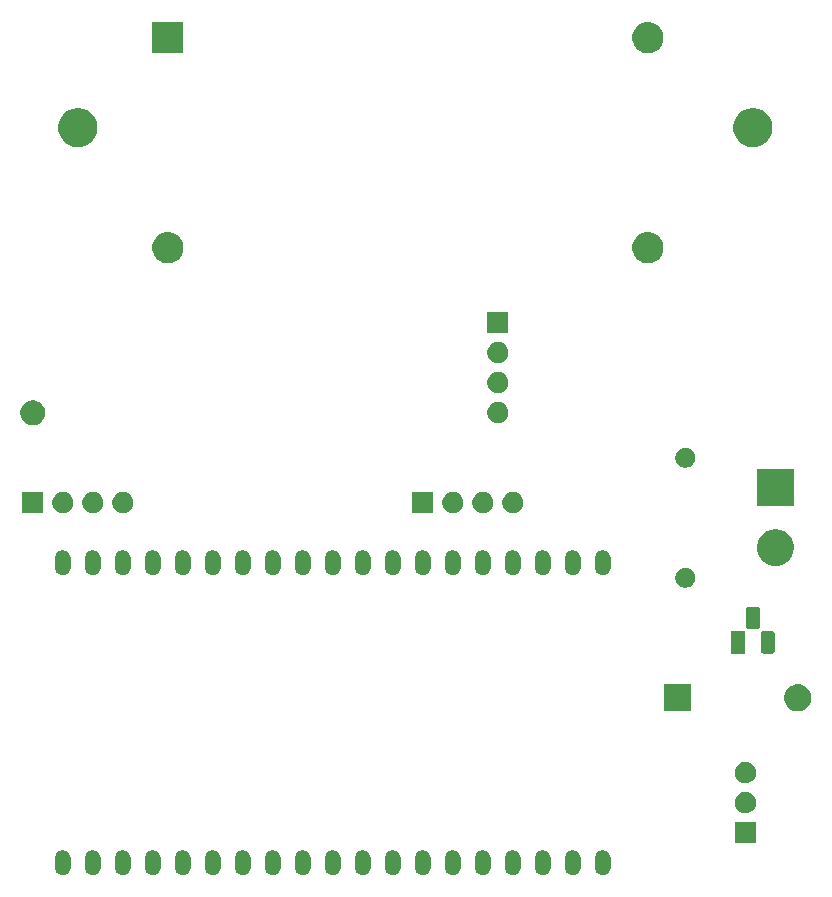
<source format=gbr>
G04 #@! TF.GenerationSoftware,KiCad,Pcbnew,(5.1.6-0)*
G04 #@! TF.CreationDate,2022-05-24T21:55:46+02:00*
G04 #@! TF.ProjectId,ESP32EvoPilotRemote,45535033-3245-4766-9f50-696c6f745265,rev?*
G04 #@! TF.SameCoordinates,Original*
G04 #@! TF.FileFunction,Soldermask,Top*
G04 #@! TF.FilePolarity,Negative*
%FSLAX46Y46*%
G04 Gerber Fmt 4.6, Leading zero omitted, Abs format (unit mm)*
G04 Created by KiCad (PCBNEW (5.1.6-0)) date 2022-05-24 21:55:46*
%MOMM*%
%LPD*%
G01*
G04 APERTURE LIST*
%ADD10C,0.100000*%
G04 APERTURE END LIST*
D10*
G36*
X68707618Y-142468420D02*
G01*
X68798404Y-142495960D01*
X68830336Y-142505646D01*
X68943425Y-142566094D01*
X69042554Y-142647446D01*
X69123906Y-142746575D01*
X69184354Y-142859664D01*
X69184355Y-142859668D01*
X69221580Y-142982382D01*
X69231000Y-143078027D01*
X69231000Y-143941973D01*
X69221580Y-144037618D01*
X69194040Y-144128404D01*
X69184354Y-144160336D01*
X69123906Y-144273425D01*
X69042554Y-144372553D01*
X68943424Y-144453906D01*
X68830335Y-144514354D01*
X68798403Y-144524040D01*
X68707617Y-144551580D01*
X68580000Y-144564149D01*
X68452382Y-144551580D01*
X68361596Y-144524040D01*
X68329664Y-144514354D01*
X68216575Y-144453906D01*
X68117447Y-144372554D01*
X68036094Y-144273424D01*
X67975646Y-144160335D01*
X67965960Y-144128403D01*
X67938420Y-144037617D01*
X67929000Y-143941972D01*
X67929000Y-143078027D01*
X67938420Y-142982382D01*
X67975646Y-142859668D01*
X67975647Y-142859664D01*
X68036095Y-142746575D01*
X68117447Y-142647446D01*
X68216576Y-142566094D01*
X68329665Y-142505646D01*
X68361597Y-142495960D01*
X68452383Y-142468420D01*
X68580000Y-142455851D01*
X68707618Y-142468420D01*
G37*
G36*
X71247618Y-142468420D02*
G01*
X71338404Y-142495960D01*
X71370336Y-142505646D01*
X71483425Y-142566094D01*
X71582554Y-142647446D01*
X71663906Y-142746575D01*
X71724354Y-142859664D01*
X71724355Y-142859668D01*
X71761580Y-142982382D01*
X71771000Y-143078027D01*
X71771000Y-143941973D01*
X71761580Y-144037618D01*
X71734040Y-144128404D01*
X71724354Y-144160336D01*
X71663906Y-144273425D01*
X71582554Y-144372553D01*
X71483424Y-144453906D01*
X71370335Y-144514354D01*
X71338403Y-144524040D01*
X71247617Y-144551580D01*
X71120000Y-144564149D01*
X70992382Y-144551580D01*
X70901596Y-144524040D01*
X70869664Y-144514354D01*
X70756575Y-144453906D01*
X70657447Y-144372554D01*
X70576094Y-144273424D01*
X70515646Y-144160335D01*
X70505960Y-144128403D01*
X70478420Y-144037617D01*
X70469000Y-143941972D01*
X70469000Y-143078027D01*
X70478420Y-142982382D01*
X70515646Y-142859668D01*
X70515647Y-142859664D01*
X70576095Y-142746575D01*
X70657447Y-142647446D01*
X70756576Y-142566094D01*
X70869665Y-142505646D01*
X70901597Y-142495960D01*
X70992383Y-142468420D01*
X71120000Y-142455851D01*
X71247618Y-142468420D01*
G37*
G36*
X73787618Y-142468420D02*
G01*
X73878404Y-142495960D01*
X73910336Y-142505646D01*
X74023425Y-142566094D01*
X74122554Y-142647446D01*
X74203906Y-142746575D01*
X74264354Y-142859664D01*
X74264355Y-142859668D01*
X74301580Y-142982382D01*
X74311000Y-143078027D01*
X74311000Y-143941973D01*
X74301580Y-144037618D01*
X74274040Y-144128404D01*
X74264354Y-144160336D01*
X74203906Y-144273425D01*
X74122554Y-144372553D01*
X74023424Y-144453906D01*
X73910335Y-144514354D01*
X73878403Y-144524040D01*
X73787617Y-144551580D01*
X73660000Y-144564149D01*
X73532382Y-144551580D01*
X73441596Y-144524040D01*
X73409664Y-144514354D01*
X73296575Y-144453906D01*
X73197447Y-144372554D01*
X73116094Y-144273424D01*
X73055646Y-144160335D01*
X73045960Y-144128403D01*
X73018420Y-144037617D01*
X73009000Y-143941972D01*
X73009000Y-143078027D01*
X73018420Y-142982382D01*
X73055646Y-142859668D01*
X73055647Y-142859664D01*
X73116095Y-142746575D01*
X73197447Y-142647446D01*
X73296576Y-142566094D01*
X73409665Y-142505646D01*
X73441597Y-142495960D01*
X73532383Y-142468420D01*
X73660000Y-142455851D01*
X73787618Y-142468420D01*
G37*
G36*
X76327618Y-142468420D02*
G01*
X76418404Y-142495960D01*
X76450336Y-142505646D01*
X76563425Y-142566094D01*
X76662554Y-142647446D01*
X76743906Y-142746575D01*
X76804354Y-142859664D01*
X76804355Y-142859668D01*
X76841580Y-142982382D01*
X76851000Y-143078027D01*
X76851000Y-143941973D01*
X76841580Y-144037618D01*
X76814040Y-144128404D01*
X76804354Y-144160336D01*
X76743906Y-144273425D01*
X76662554Y-144372553D01*
X76563424Y-144453906D01*
X76450335Y-144514354D01*
X76418403Y-144524040D01*
X76327617Y-144551580D01*
X76200000Y-144564149D01*
X76072382Y-144551580D01*
X75981596Y-144524040D01*
X75949664Y-144514354D01*
X75836575Y-144453906D01*
X75737447Y-144372554D01*
X75656094Y-144273424D01*
X75595646Y-144160335D01*
X75585960Y-144128403D01*
X75558420Y-144037617D01*
X75549000Y-143941972D01*
X75549000Y-143078027D01*
X75558420Y-142982382D01*
X75595646Y-142859668D01*
X75595647Y-142859664D01*
X75656095Y-142746575D01*
X75737447Y-142647446D01*
X75836576Y-142566094D01*
X75949665Y-142505646D01*
X75981597Y-142495960D01*
X76072383Y-142468420D01*
X76200000Y-142455851D01*
X76327618Y-142468420D01*
G37*
G36*
X78867618Y-142468420D02*
G01*
X78958404Y-142495960D01*
X78990336Y-142505646D01*
X79103425Y-142566094D01*
X79202554Y-142647446D01*
X79283906Y-142746575D01*
X79344354Y-142859664D01*
X79344355Y-142859668D01*
X79381580Y-142982382D01*
X79391000Y-143078027D01*
X79391000Y-143941973D01*
X79381580Y-144037618D01*
X79354040Y-144128404D01*
X79344354Y-144160336D01*
X79283906Y-144273425D01*
X79202554Y-144372553D01*
X79103424Y-144453906D01*
X78990335Y-144514354D01*
X78958403Y-144524040D01*
X78867617Y-144551580D01*
X78740000Y-144564149D01*
X78612382Y-144551580D01*
X78521596Y-144524040D01*
X78489664Y-144514354D01*
X78376575Y-144453906D01*
X78277447Y-144372554D01*
X78196094Y-144273424D01*
X78135646Y-144160335D01*
X78125960Y-144128403D01*
X78098420Y-144037617D01*
X78089000Y-143941972D01*
X78089000Y-143078027D01*
X78098420Y-142982382D01*
X78135646Y-142859668D01*
X78135647Y-142859664D01*
X78196095Y-142746575D01*
X78277447Y-142647446D01*
X78376576Y-142566094D01*
X78489665Y-142505646D01*
X78521597Y-142495960D01*
X78612383Y-142468420D01*
X78740000Y-142455851D01*
X78867618Y-142468420D01*
G37*
G36*
X81407618Y-142468420D02*
G01*
X81498404Y-142495960D01*
X81530336Y-142505646D01*
X81643425Y-142566094D01*
X81742554Y-142647446D01*
X81823906Y-142746575D01*
X81884354Y-142859664D01*
X81884355Y-142859668D01*
X81921580Y-142982382D01*
X81931000Y-143078027D01*
X81931000Y-143941973D01*
X81921580Y-144037618D01*
X81894040Y-144128404D01*
X81884354Y-144160336D01*
X81823906Y-144273425D01*
X81742554Y-144372553D01*
X81643424Y-144453906D01*
X81530335Y-144514354D01*
X81498403Y-144524040D01*
X81407617Y-144551580D01*
X81280000Y-144564149D01*
X81152382Y-144551580D01*
X81061596Y-144524040D01*
X81029664Y-144514354D01*
X80916575Y-144453906D01*
X80817447Y-144372554D01*
X80736094Y-144273424D01*
X80675646Y-144160335D01*
X80665960Y-144128403D01*
X80638420Y-144037617D01*
X80629000Y-143941972D01*
X80629000Y-143078027D01*
X80638420Y-142982382D01*
X80675646Y-142859668D01*
X80675647Y-142859664D01*
X80736095Y-142746575D01*
X80817447Y-142647446D01*
X80916576Y-142566094D01*
X81029665Y-142505646D01*
X81061597Y-142495960D01*
X81152383Y-142468420D01*
X81280000Y-142455851D01*
X81407618Y-142468420D01*
G37*
G36*
X83947618Y-142468420D02*
G01*
X84038404Y-142495960D01*
X84070336Y-142505646D01*
X84183425Y-142566094D01*
X84282554Y-142647446D01*
X84363906Y-142746575D01*
X84424354Y-142859664D01*
X84424355Y-142859668D01*
X84461580Y-142982382D01*
X84471000Y-143078027D01*
X84471000Y-143941973D01*
X84461580Y-144037618D01*
X84434040Y-144128404D01*
X84424354Y-144160336D01*
X84363906Y-144273425D01*
X84282554Y-144372553D01*
X84183424Y-144453906D01*
X84070335Y-144514354D01*
X84038403Y-144524040D01*
X83947617Y-144551580D01*
X83820000Y-144564149D01*
X83692382Y-144551580D01*
X83601596Y-144524040D01*
X83569664Y-144514354D01*
X83456575Y-144453906D01*
X83357447Y-144372554D01*
X83276094Y-144273424D01*
X83215646Y-144160335D01*
X83205960Y-144128403D01*
X83178420Y-144037617D01*
X83169000Y-143941972D01*
X83169000Y-143078027D01*
X83178420Y-142982382D01*
X83215646Y-142859668D01*
X83215647Y-142859664D01*
X83276095Y-142746575D01*
X83357447Y-142647446D01*
X83456576Y-142566094D01*
X83569665Y-142505646D01*
X83601597Y-142495960D01*
X83692383Y-142468420D01*
X83820000Y-142455851D01*
X83947618Y-142468420D01*
G37*
G36*
X86487618Y-142468420D02*
G01*
X86578404Y-142495960D01*
X86610336Y-142505646D01*
X86723425Y-142566094D01*
X86822554Y-142647446D01*
X86903906Y-142746575D01*
X86964354Y-142859664D01*
X86964355Y-142859668D01*
X87001580Y-142982382D01*
X87011000Y-143078027D01*
X87011000Y-143941973D01*
X87001580Y-144037618D01*
X86974040Y-144128404D01*
X86964354Y-144160336D01*
X86903906Y-144273425D01*
X86822554Y-144372553D01*
X86723424Y-144453906D01*
X86610335Y-144514354D01*
X86578403Y-144524040D01*
X86487617Y-144551580D01*
X86360000Y-144564149D01*
X86232382Y-144551580D01*
X86141596Y-144524040D01*
X86109664Y-144514354D01*
X85996575Y-144453906D01*
X85897447Y-144372554D01*
X85816094Y-144273424D01*
X85755646Y-144160335D01*
X85745960Y-144128403D01*
X85718420Y-144037617D01*
X85709000Y-143941972D01*
X85709000Y-143078027D01*
X85718420Y-142982382D01*
X85755646Y-142859668D01*
X85755647Y-142859664D01*
X85816095Y-142746575D01*
X85897447Y-142647446D01*
X85996576Y-142566094D01*
X86109665Y-142505646D01*
X86141597Y-142495960D01*
X86232383Y-142468420D01*
X86360000Y-142455851D01*
X86487618Y-142468420D01*
G37*
G36*
X89027618Y-142468420D02*
G01*
X89118404Y-142495960D01*
X89150336Y-142505646D01*
X89263425Y-142566094D01*
X89362554Y-142647446D01*
X89443906Y-142746575D01*
X89504354Y-142859664D01*
X89504355Y-142859668D01*
X89541580Y-142982382D01*
X89551000Y-143078027D01*
X89551000Y-143941973D01*
X89541580Y-144037618D01*
X89514040Y-144128404D01*
X89504354Y-144160336D01*
X89443906Y-144273425D01*
X89362554Y-144372553D01*
X89263424Y-144453906D01*
X89150335Y-144514354D01*
X89118403Y-144524040D01*
X89027617Y-144551580D01*
X88900000Y-144564149D01*
X88772382Y-144551580D01*
X88681596Y-144524040D01*
X88649664Y-144514354D01*
X88536575Y-144453906D01*
X88437447Y-144372554D01*
X88356094Y-144273424D01*
X88295646Y-144160335D01*
X88285960Y-144128403D01*
X88258420Y-144037617D01*
X88249000Y-143941972D01*
X88249000Y-143078027D01*
X88258420Y-142982382D01*
X88295646Y-142859668D01*
X88295647Y-142859664D01*
X88356095Y-142746575D01*
X88437447Y-142647446D01*
X88536576Y-142566094D01*
X88649665Y-142505646D01*
X88681597Y-142495960D01*
X88772383Y-142468420D01*
X88900000Y-142455851D01*
X89027618Y-142468420D01*
G37*
G36*
X91567618Y-142468420D02*
G01*
X91658404Y-142495960D01*
X91690336Y-142505646D01*
X91803425Y-142566094D01*
X91902554Y-142647446D01*
X91983906Y-142746575D01*
X92044354Y-142859664D01*
X92044355Y-142859668D01*
X92081580Y-142982382D01*
X92091000Y-143078027D01*
X92091000Y-143941973D01*
X92081580Y-144037618D01*
X92054040Y-144128404D01*
X92044354Y-144160336D01*
X91983906Y-144273425D01*
X91902554Y-144372553D01*
X91803424Y-144453906D01*
X91690335Y-144514354D01*
X91658403Y-144524040D01*
X91567617Y-144551580D01*
X91440000Y-144564149D01*
X91312382Y-144551580D01*
X91221596Y-144524040D01*
X91189664Y-144514354D01*
X91076575Y-144453906D01*
X90977447Y-144372554D01*
X90896094Y-144273424D01*
X90835646Y-144160335D01*
X90825960Y-144128403D01*
X90798420Y-144037617D01*
X90789000Y-143941972D01*
X90789000Y-143078027D01*
X90798420Y-142982382D01*
X90835646Y-142859668D01*
X90835647Y-142859664D01*
X90896095Y-142746575D01*
X90977447Y-142647446D01*
X91076576Y-142566094D01*
X91189665Y-142505646D01*
X91221597Y-142495960D01*
X91312383Y-142468420D01*
X91440000Y-142455851D01*
X91567618Y-142468420D01*
G37*
G36*
X94107618Y-142468420D02*
G01*
X94198404Y-142495960D01*
X94230336Y-142505646D01*
X94343425Y-142566094D01*
X94442554Y-142647446D01*
X94523906Y-142746575D01*
X94584354Y-142859664D01*
X94584355Y-142859668D01*
X94621580Y-142982382D01*
X94631000Y-143078027D01*
X94631000Y-143941973D01*
X94621580Y-144037618D01*
X94594040Y-144128404D01*
X94584354Y-144160336D01*
X94523906Y-144273425D01*
X94442554Y-144372553D01*
X94343424Y-144453906D01*
X94230335Y-144514354D01*
X94198403Y-144524040D01*
X94107617Y-144551580D01*
X93980000Y-144564149D01*
X93852382Y-144551580D01*
X93761596Y-144524040D01*
X93729664Y-144514354D01*
X93616575Y-144453906D01*
X93517447Y-144372554D01*
X93436094Y-144273424D01*
X93375646Y-144160335D01*
X93365960Y-144128403D01*
X93338420Y-144037617D01*
X93329000Y-143941972D01*
X93329000Y-143078027D01*
X93338420Y-142982382D01*
X93375646Y-142859668D01*
X93375647Y-142859664D01*
X93436095Y-142746575D01*
X93517447Y-142647446D01*
X93616576Y-142566094D01*
X93729665Y-142505646D01*
X93761597Y-142495960D01*
X93852383Y-142468420D01*
X93980000Y-142455851D01*
X94107618Y-142468420D01*
G37*
G36*
X96647618Y-142468420D02*
G01*
X96738404Y-142495960D01*
X96770336Y-142505646D01*
X96883425Y-142566094D01*
X96982554Y-142647446D01*
X97063906Y-142746575D01*
X97124354Y-142859664D01*
X97124355Y-142859668D01*
X97161580Y-142982382D01*
X97171000Y-143078027D01*
X97171000Y-143941973D01*
X97161580Y-144037618D01*
X97134040Y-144128404D01*
X97124354Y-144160336D01*
X97063906Y-144273425D01*
X96982554Y-144372553D01*
X96883424Y-144453906D01*
X96770335Y-144514354D01*
X96738403Y-144524040D01*
X96647617Y-144551580D01*
X96520000Y-144564149D01*
X96392382Y-144551580D01*
X96301596Y-144524040D01*
X96269664Y-144514354D01*
X96156575Y-144453906D01*
X96057447Y-144372554D01*
X95976094Y-144273424D01*
X95915646Y-144160335D01*
X95905960Y-144128403D01*
X95878420Y-144037617D01*
X95869000Y-143941972D01*
X95869000Y-143078027D01*
X95878420Y-142982382D01*
X95915646Y-142859668D01*
X95915647Y-142859664D01*
X95976095Y-142746575D01*
X96057447Y-142647446D01*
X96156576Y-142566094D01*
X96269665Y-142505646D01*
X96301597Y-142495960D01*
X96392383Y-142468420D01*
X96520000Y-142455851D01*
X96647618Y-142468420D01*
G37*
G36*
X99187618Y-142468420D02*
G01*
X99278404Y-142495960D01*
X99310336Y-142505646D01*
X99423425Y-142566094D01*
X99522554Y-142647446D01*
X99603906Y-142746575D01*
X99664354Y-142859664D01*
X99664355Y-142859668D01*
X99701580Y-142982382D01*
X99711000Y-143078027D01*
X99711000Y-143941973D01*
X99701580Y-144037618D01*
X99674040Y-144128404D01*
X99664354Y-144160336D01*
X99603906Y-144273425D01*
X99522554Y-144372553D01*
X99423424Y-144453906D01*
X99310335Y-144514354D01*
X99278403Y-144524040D01*
X99187617Y-144551580D01*
X99060000Y-144564149D01*
X98932382Y-144551580D01*
X98841596Y-144524040D01*
X98809664Y-144514354D01*
X98696575Y-144453906D01*
X98597447Y-144372554D01*
X98516094Y-144273424D01*
X98455646Y-144160335D01*
X98445960Y-144128403D01*
X98418420Y-144037617D01*
X98409000Y-143941972D01*
X98409000Y-143078027D01*
X98418420Y-142982382D01*
X98455646Y-142859668D01*
X98455647Y-142859664D01*
X98516095Y-142746575D01*
X98597447Y-142647446D01*
X98696576Y-142566094D01*
X98809665Y-142505646D01*
X98841597Y-142495960D01*
X98932383Y-142468420D01*
X99060000Y-142455851D01*
X99187618Y-142468420D01*
G37*
G36*
X101727618Y-142468420D02*
G01*
X101818404Y-142495960D01*
X101850336Y-142505646D01*
X101963425Y-142566094D01*
X102062554Y-142647446D01*
X102143906Y-142746575D01*
X102204354Y-142859664D01*
X102204355Y-142859668D01*
X102241580Y-142982382D01*
X102251000Y-143078027D01*
X102251000Y-143941973D01*
X102241580Y-144037618D01*
X102214040Y-144128404D01*
X102204354Y-144160336D01*
X102143906Y-144273425D01*
X102062554Y-144372553D01*
X101963424Y-144453906D01*
X101850335Y-144514354D01*
X101818403Y-144524040D01*
X101727617Y-144551580D01*
X101600000Y-144564149D01*
X101472382Y-144551580D01*
X101381596Y-144524040D01*
X101349664Y-144514354D01*
X101236575Y-144453906D01*
X101137447Y-144372554D01*
X101056094Y-144273424D01*
X100995646Y-144160335D01*
X100985960Y-144128403D01*
X100958420Y-144037617D01*
X100949000Y-143941972D01*
X100949000Y-143078027D01*
X100958420Y-142982382D01*
X100995646Y-142859668D01*
X100995647Y-142859664D01*
X101056095Y-142746575D01*
X101137447Y-142647446D01*
X101236576Y-142566094D01*
X101349665Y-142505646D01*
X101381597Y-142495960D01*
X101472383Y-142468420D01*
X101600000Y-142455851D01*
X101727618Y-142468420D01*
G37*
G36*
X104267618Y-142468420D02*
G01*
X104358404Y-142495960D01*
X104390336Y-142505646D01*
X104503425Y-142566094D01*
X104602554Y-142647446D01*
X104683906Y-142746575D01*
X104744354Y-142859664D01*
X104744355Y-142859668D01*
X104781580Y-142982382D01*
X104791000Y-143078027D01*
X104791000Y-143941973D01*
X104781580Y-144037618D01*
X104754040Y-144128404D01*
X104744354Y-144160336D01*
X104683906Y-144273425D01*
X104602554Y-144372553D01*
X104503424Y-144453906D01*
X104390335Y-144514354D01*
X104358403Y-144524040D01*
X104267617Y-144551580D01*
X104140000Y-144564149D01*
X104012382Y-144551580D01*
X103921596Y-144524040D01*
X103889664Y-144514354D01*
X103776575Y-144453906D01*
X103677447Y-144372554D01*
X103596094Y-144273424D01*
X103535646Y-144160335D01*
X103525960Y-144128403D01*
X103498420Y-144037617D01*
X103489000Y-143941972D01*
X103489000Y-143078027D01*
X103498420Y-142982382D01*
X103535646Y-142859668D01*
X103535647Y-142859664D01*
X103596095Y-142746575D01*
X103677447Y-142647446D01*
X103776576Y-142566094D01*
X103889665Y-142505646D01*
X103921597Y-142495960D01*
X104012383Y-142468420D01*
X104140000Y-142455851D01*
X104267618Y-142468420D01*
G37*
G36*
X106807618Y-142468420D02*
G01*
X106898404Y-142495960D01*
X106930336Y-142505646D01*
X107043425Y-142566094D01*
X107142554Y-142647446D01*
X107223906Y-142746575D01*
X107284354Y-142859664D01*
X107284355Y-142859668D01*
X107321580Y-142982382D01*
X107331000Y-143078027D01*
X107331000Y-143941973D01*
X107321580Y-144037618D01*
X107294040Y-144128404D01*
X107284354Y-144160336D01*
X107223906Y-144273425D01*
X107142554Y-144372553D01*
X107043424Y-144453906D01*
X106930335Y-144514354D01*
X106898403Y-144524040D01*
X106807617Y-144551580D01*
X106680000Y-144564149D01*
X106552382Y-144551580D01*
X106461596Y-144524040D01*
X106429664Y-144514354D01*
X106316575Y-144453906D01*
X106217447Y-144372554D01*
X106136094Y-144273424D01*
X106075646Y-144160335D01*
X106065960Y-144128403D01*
X106038420Y-144037617D01*
X106029000Y-143941972D01*
X106029000Y-143078027D01*
X106038420Y-142982382D01*
X106075646Y-142859668D01*
X106075647Y-142859664D01*
X106136095Y-142746575D01*
X106217447Y-142647446D01*
X106316576Y-142566094D01*
X106429665Y-142505646D01*
X106461597Y-142495960D01*
X106552383Y-142468420D01*
X106680000Y-142455851D01*
X106807618Y-142468420D01*
G37*
G36*
X109347618Y-142468420D02*
G01*
X109438404Y-142495960D01*
X109470336Y-142505646D01*
X109583425Y-142566094D01*
X109682554Y-142647446D01*
X109763906Y-142746575D01*
X109824354Y-142859664D01*
X109824355Y-142859668D01*
X109861580Y-142982382D01*
X109871000Y-143078027D01*
X109871000Y-143941973D01*
X109861580Y-144037618D01*
X109834040Y-144128404D01*
X109824354Y-144160336D01*
X109763906Y-144273425D01*
X109682554Y-144372553D01*
X109583424Y-144453906D01*
X109470335Y-144514354D01*
X109438403Y-144524040D01*
X109347617Y-144551580D01*
X109220000Y-144564149D01*
X109092382Y-144551580D01*
X109001596Y-144524040D01*
X108969664Y-144514354D01*
X108856575Y-144453906D01*
X108757447Y-144372554D01*
X108676094Y-144273424D01*
X108615646Y-144160335D01*
X108605960Y-144128403D01*
X108578420Y-144037617D01*
X108569000Y-143941972D01*
X108569000Y-143078027D01*
X108578420Y-142982382D01*
X108615646Y-142859668D01*
X108615647Y-142859664D01*
X108676095Y-142746575D01*
X108757447Y-142647446D01*
X108856576Y-142566094D01*
X108969665Y-142505646D01*
X109001597Y-142495960D01*
X109092383Y-142468420D01*
X109220000Y-142455851D01*
X109347618Y-142468420D01*
G37*
G36*
X111887618Y-142468420D02*
G01*
X111978404Y-142495960D01*
X112010336Y-142505646D01*
X112123425Y-142566094D01*
X112222554Y-142647446D01*
X112303906Y-142746575D01*
X112364354Y-142859664D01*
X112364355Y-142859668D01*
X112401580Y-142982382D01*
X112411000Y-143078027D01*
X112411000Y-143941973D01*
X112401580Y-144037618D01*
X112374040Y-144128404D01*
X112364354Y-144160336D01*
X112303906Y-144273425D01*
X112222554Y-144372553D01*
X112123424Y-144453906D01*
X112010335Y-144514354D01*
X111978403Y-144524040D01*
X111887617Y-144551580D01*
X111760000Y-144564149D01*
X111632382Y-144551580D01*
X111541596Y-144524040D01*
X111509664Y-144514354D01*
X111396575Y-144453906D01*
X111297447Y-144372554D01*
X111216094Y-144273424D01*
X111155646Y-144160335D01*
X111145960Y-144128403D01*
X111118420Y-144037617D01*
X111109000Y-143941972D01*
X111109000Y-143078027D01*
X111118420Y-142982382D01*
X111155646Y-142859668D01*
X111155647Y-142859664D01*
X111216095Y-142746575D01*
X111297447Y-142647446D01*
X111396576Y-142566094D01*
X111509665Y-142505646D01*
X111541597Y-142495960D01*
X111632383Y-142468420D01*
X111760000Y-142455851D01*
X111887618Y-142468420D01*
G37*
G36*
X114427618Y-142468420D02*
G01*
X114518404Y-142495960D01*
X114550336Y-142505646D01*
X114663425Y-142566094D01*
X114762554Y-142647446D01*
X114843906Y-142746575D01*
X114904354Y-142859664D01*
X114904355Y-142859668D01*
X114941580Y-142982382D01*
X114951000Y-143078027D01*
X114951000Y-143941973D01*
X114941580Y-144037618D01*
X114914040Y-144128404D01*
X114904354Y-144160336D01*
X114843906Y-144273425D01*
X114762554Y-144372553D01*
X114663424Y-144453906D01*
X114550335Y-144514354D01*
X114518403Y-144524040D01*
X114427617Y-144551580D01*
X114300000Y-144564149D01*
X114172382Y-144551580D01*
X114081596Y-144524040D01*
X114049664Y-144514354D01*
X113936575Y-144453906D01*
X113837447Y-144372554D01*
X113756094Y-144273424D01*
X113695646Y-144160335D01*
X113685960Y-144128403D01*
X113658420Y-144037617D01*
X113649000Y-143941972D01*
X113649000Y-143078027D01*
X113658420Y-142982382D01*
X113695646Y-142859668D01*
X113695647Y-142859664D01*
X113756095Y-142746575D01*
X113837447Y-142647446D01*
X113936576Y-142566094D01*
X114049665Y-142505646D01*
X114081597Y-142495960D01*
X114172383Y-142468420D01*
X114300000Y-142455851D01*
X114427618Y-142468420D01*
G37*
G36*
X127266000Y-141871000D02*
G01*
X125464000Y-141871000D01*
X125464000Y-140069000D01*
X127266000Y-140069000D01*
X127266000Y-141871000D01*
G37*
G36*
X126478512Y-137533927D02*
G01*
X126627812Y-137563624D01*
X126791784Y-137631544D01*
X126939354Y-137730147D01*
X127064853Y-137855646D01*
X127163456Y-138003216D01*
X127231376Y-138167188D01*
X127266000Y-138341259D01*
X127266000Y-138518741D01*
X127231376Y-138692812D01*
X127163456Y-138856784D01*
X127064853Y-139004354D01*
X126939354Y-139129853D01*
X126791784Y-139228456D01*
X126627812Y-139296376D01*
X126478512Y-139326073D01*
X126453742Y-139331000D01*
X126276258Y-139331000D01*
X126251488Y-139326073D01*
X126102188Y-139296376D01*
X125938216Y-139228456D01*
X125790646Y-139129853D01*
X125665147Y-139004354D01*
X125566544Y-138856784D01*
X125498624Y-138692812D01*
X125464000Y-138518741D01*
X125464000Y-138341259D01*
X125498624Y-138167188D01*
X125566544Y-138003216D01*
X125665147Y-137855646D01*
X125790646Y-137730147D01*
X125938216Y-137631544D01*
X126102188Y-137563624D01*
X126251488Y-137533927D01*
X126276258Y-137529000D01*
X126453742Y-137529000D01*
X126478512Y-137533927D01*
G37*
G36*
X126478512Y-134993927D02*
G01*
X126627812Y-135023624D01*
X126791784Y-135091544D01*
X126939354Y-135190147D01*
X127064853Y-135315646D01*
X127163456Y-135463216D01*
X127231376Y-135627188D01*
X127266000Y-135801259D01*
X127266000Y-135978741D01*
X127231376Y-136152812D01*
X127163456Y-136316784D01*
X127064853Y-136464354D01*
X126939354Y-136589853D01*
X126791784Y-136688456D01*
X126627812Y-136756376D01*
X126478512Y-136786073D01*
X126453742Y-136791000D01*
X126276258Y-136791000D01*
X126251488Y-136786073D01*
X126102188Y-136756376D01*
X125938216Y-136688456D01*
X125790646Y-136589853D01*
X125665147Y-136464354D01*
X125566544Y-136316784D01*
X125498624Y-136152812D01*
X125464000Y-135978741D01*
X125464000Y-135801259D01*
X125498624Y-135627188D01*
X125566544Y-135463216D01*
X125665147Y-135315646D01*
X125790646Y-135190147D01*
X125938216Y-135091544D01*
X126102188Y-135023624D01*
X126251488Y-134993927D01*
X126276258Y-134989000D01*
X126453742Y-134989000D01*
X126478512Y-134993927D01*
G37*
G36*
X121801000Y-130691000D02*
G01*
X119499000Y-130691000D01*
X119499000Y-128389000D01*
X121801000Y-128389000D01*
X121801000Y-130691000D01*
G37*
G36*
X131034549Y-128411116D02*
G01*
X131145734Y-128433232D01*
X131355203Y-128519997D01*
X131543720Y-128645960D01*
X131704040Y-128806280D01*
X131830003Y-128994797D01*
X131916768Y-129204266D01*
X131961000Y-129426636D01*
X131961000Y-129653364D01*
X131916768Y-129875734D01*
X131830003Y-130085203D01*
X131704040Y-130273720D01*
X131543720Y-130434040D01*
X131355203Y-130560003D01*
X131145734Y-130646768D01*
X131034549Y-130668884D01*
X130923365Y-130691000D01*
X130696635Y-130691000D01*
X130585451Y-130668884D01*
X130474266Y-130646768D01*
X130264797Y-130560003D01*
X130076280Y-130434040D01*
X129915960Y-130273720D01*
X129789997Y-130085203D01*
X129703232Y-129875734D01*
X129659000Y-129653364D01*
X129659000Y-129426636D01*
X129703232Y-129204266D01*
X129789997Y-128994797D01*
X129915960Y-128806280D01*
X130076280Y-128645960D01*
X130264797Y-128519997D01*
X130474266Y-128433232D01*
X130585451Y-128411116D01*
X130696635Y-128389000D01*
X130923365Y-128389000D01*
X131034549Y-128411116D01*
G37*
G36*
X126331000Y-125811000D02*
G01*
X125129000Y-125811000D01*
X125129000Y-123909000D01*
X126331000Y-123909000D01*
X126331000Y-125811000D01*
G37*
G36*
X128679315Y-123914166D02*
G01*
X128723843Y-123927674D01*
X128764892Y-123949615D01*
X128800864Y-123979136D01*
X128830385Y-124015108D01*
X128852326Y-124056157D01*
X128865834Y-124100685D01*
X128871000Y-124153140D01*
X128871000Y-125566860D01*
X128865834Y-125619315D01*
X128852326Y-125663843D01*
X128830385Y-125704892D01*
X128800864Y-125740864D01*
X128764892Y-125770385D01*
X128723843Y-125792326D01*
X128679315Y-125805834D01*
X128626860Y-125811000D01*
X127913140Y-125811000D01*
X127860685Y-125805834D01*
X127816157Y-125792326D01*
X127775108Y-125770385D01*
X127739136Y-125740864D01*
X127709615Y-125704892D01*
X127687674Y-125663843D01*
X127674166Y-125619315D01*
X127669000Y-125566860D01*
X127669000Y-124153140D01*
X127674166Y-124100685D01*
X127687674Y-124056157D01*
X127709615Y-124015108D01*
X127739136Y-123979136D01*
X127775108Y-123949615D01*
X127816157Y-123927674D01*
X127860685Y-123914166D01*
X127913140Y-123909000D01*
X128626860Y-123909000D01*
X128679315Y-123914166D01*
G37*
G36*
X127409315Y-121844166D02*
G01*
X127453843Y-121857674D01*
X127494892Y-121879615D01*
X127530864Y-121909136D01*
X127560385Y-121945108D01*
X127582326Y-121986157D01*
X127595834Y-122030685D01*
X127601000Y-122083140D01*
X127601000Y-123496860D01*
X127595834Y-123549315D01*
X127582326Y-123593843D01*
X127560385Y-123634892D01*
X127530864Y-123670864D01*
X127494892Y-123700385D01*
X127453843Y-123722326D01*
X127409315Y-123735834D01*
X127356860Y-123741000D01*
X126643140Y-123741000D01*
X126590685Y-123735834D01*
X126546153Y-123722325D01*
X126514923Y-123705632D01*
X126500320Y-123699583D01*
X126489256Y-123687376D01*
X126469136Y-123670864D01*
X126439615Y-123634892D01*
X126417674Y-123593843D01*
X126404166Y-123549315D01*
X126399000Y-123496860D01*
X126399000Y-122083140D01*
X126404166Y-122030685D01*
X126417674Y-121986157D01*
X126439615Y-121945108D01*
X126469136Y-121909136D01*
X126505108Y-121879615D01*
X126546157Y-121857674D01*
X126590685Y-121844166D01*
X126643140Y-121839000D01*
X127356860Y-121839000D01*
X127409315Y-121844166D01*
G37*
G36*
X121533228Y-118561703D02*
G01*
X121688100Y-118625853D01*
X121827481Y-118718985D01*
X121946015Y-118837519D01*
X122039147Y-118976900D01*
X122103297Y-119131772D01*
X122136000Y-119296184D01*
X122136000Y-119463816D01*
X122103297Y-119628228D01*
X122039147Y-119783100D01*
X121946015Y-119922481D01*
X121827481Y-120041015D01*
X121688100Y-120134147D01*
X121533228Y-120198297D01*
X121368816Y-120231000D01*
X121201184Y-120231000D01*
X121036772Y-120198297D01*
X120881900Y-120134147D01*
X120742519Y-120041015D01*
X120623985Y-119922481D01*
X120530853Y-119783100D01*
X120466703Y-119628228D01*
X120434000Y-119463816D01*
X120434000Y-119296184D01*
X120466703Y-119131772D01*
X120530853Y-118976900D01*
X120623985Y-118837519D01*
X120742519Y-118718985D01*
X120881900Y-118625853D01*
X121036772Y-118561703D01*
X121201184Y-118529000D01*
X121368816Y-118529000D01*
X121533228Y-118561703D01*
G37*
G36*
X101727618Y-117068420D02*
G01*
X101818404Y-117095960D01*
X101850336Y-117105646D01*
X101963425Y-117166094D01*
X102062554Y-117247446D01*
X102143906Y-117346575D01*
X102204354Y-117459664D01*
X102204355Y-117459668D01*
X102241580Y-117582382D01*
X102251000Y-117678027D01*
X102251000Y-118541973D01*
X102241580Y-118637618D01*
X102214040Y-118728404D01*
X102204354Y-118760336D01*
X102143906Y-118873425D01*
X102062554Y-118972553D01*
X101963424Y-119053906D01*
X101850335Y-119114354D01*
X101818403Y-119124040D01*
X101727617Y-119151580D01*
X101600000Y-119164149D01*
X101472382Y-119151580D01*
X101381596Y-119124040D01*
X101349664Y-119114354D01*
X101236575Y-119053906D01*
X101137447Y-118972554D01*
X101056094Y-118873424D01*
X100995646Y-118760335D01*
X100983103Y-118718985D01*
X100958420Y-118637617D01*
X100949000Y-118541972D01*
X100949000Y-117678027D01*
X100958420Y-117582382D01*
X100995646Y-117459668D01*
X100995647Y-117459664D01*
X101056095Y-117346575D01*
X101137447Y-117247446D01*
X101236576Y-117166094D01*
X101349665Y-117105646D01*
X101381597Y-117095960D01*
X101472383Y-117068420D01*
X101600000Y-117055851D01*
X101727618Y-117068420D01*
G37*
G36*
X114427618Y-117068420D02*
G01*
X114518404Y-117095960D01*
X114550336Y-117105646D01*
X114663425Y-117166094D01*
X114762554Y-117247446D01*
X114843906Y-117346575D01*
X114904354Y-117459664D01*
X114904355Y-117459668D01*
X114941580Y-117582382D01*
X114951000Y-117678027D01*
X114951000Y-118541973D01*
X114941580Y-118637618D01*
X114914040Y-118728404D01*
X114904354Y-118760336D01*
X114843906Y-118873425D01*
X114762554Y-118972553D01*
X114663424Y-119053906D01*
X114550335Y-119114354D01*
X114518403Y-119124040D01*
X114427617Y-119151580D01*
X114300000Y-119164149D01*
X114172382Y-119151580D01*
X114081596Y-119124040D01*
X114049664Y-119114354D01*
X113936575Y-119053906D01*
X113837447Y-118972554D01*
X113756094Y-118873424D01*
X113695646Y-118760335D01*
X113683103Y-118718985D01*
X113658420Y-118637617D01*
X113649000Y-118541972D01*
X113649000Y-117678027D01*
X113658420Y-117582382D01*
X113695646Y-117459668D01*
X113695647Y-117459664D01*
X113756095Y-117346575D01*
X113837447Y-117247446D01*
X113936576Y-117166094D01*
X114049665Y-117105646D01*
X114081597Y-117095960D01*
X114172383Y-117068420D01*
X114300000Y-117055851D01*
X114427618Y-117068420D01*
G37*
G36*
X68707618Y-117068420D02*
G01*
X68798404Y-117095960D01*
X68830336Y-117105646D01*
X68943425Y-117166094D01*
X69042554Y-117247446D01*
X69123906Y-117346575D01*
X69184354Y-117459664D01*
X69184355Y-117459668D01*
X69221580Y-117582382D01*
X69231000Y-117678027D01*
X69231000Y-118541973D01*
X69221580Y-118637618D01*
X69194040Y-118728404D01*
X69184354Y-118760336D01*
X69123906Y-118873425D01*
X69042554Y-118972553D01*
X68943424Y-119053906D01*
X68830335Y-119114354D01*
X68798403Y-119124040D01*
X68707617Y-119151580D01*
X68580000Y-119164149D01*
X68452382Y-119151580D01*
X68361596Y-119124040D01*
X68329664Y-119114354D01*
X68216575Y-119053906D01*
X68117447Y-118972554D01*
X68036094Y-118873424D01*
X67975646Y-118760335D01*
X67963103Y-118718985D01*
X67938420Y-118637617D01*
X67929000Y-118541972D01*
X67929000Y-117678027D01*
X67938420Y-117582382D01*
X67975646Y-117459668D01*
X67975647Y-117459664D01*
X68036095Y-117346575D01*
X68117447Y-117247446D01*
X68216576Y-117166094D01*
X68329665Y-117105646D01*
X68361597Y-117095960D01*
X68452383Y-117068420D01*
X68580000Y-117055851D01*
X68707618Y-117068420D01*
G37*
G36*
X111887618Y-117068420D02*
G01*
X111978404Y-117095960D01*
X112010336Y-117105646D01*
X112123425Y-117166094D01*
X112222554Y-117247446D01*
X112303906Y-117346575D01*
X112364354Y-117459664D01*
X112364355Y-117459668D01*
X112401580Y-117582382D01*
X112411000Y-117678027D01*
X112411000Y-118541973D01*
X112401580Y-118637618D01*
X112374040Y-118728404D01*
X112364354Y-118760336D01*
X112303906Y-118873425D01*
X112222554Y-118972553D01*
X112123424Y-119053906D01*
X112010335Y-119114354D01*
X111978403Y-119124040D01*
X111887617Y-119151580D01*
X111760000Y-119164149D01*
X111632382Y-119151580D01*
X111541596Y-119124040D01*
X111509664Y-119114354D01*
X111396575Y-119053906D01*
X111297447Y-118972554D01*
X111216094Y-118873424D01*
X111155646Y-118760335D01*
X111143103Y-118718985D01*
X111118420Y-118637617D01*
X111109000Y-118541972D01*
X111109000Y-117678027D01*
X111118420Y-117582382D01*
X111155646Y-117459668D01*
X111155647Y-117459664D01*
X111216095Y-117346575D01*
X111297447Y-117247446D01*
X111396576Y-117166094D01*
X111509665Y-117105646D01*
X111541597Y-117095960D01*
X111632383Y-117068420D01*
X111760000Y-117055851D01*
X111887618Y-117068420D01*
G37*
G36*
X71247618Y-117068420D02*
G01*
X71338404Y-117095960D01*
X71370336Y-117105646D01*
X71483425Y-117166094D01*
X71582554Y-117247446D01*
X71663906Y-117346575D01*
X71724354Y-117459664D01*
X71724355Y-117459668D01*
X71761580Y-117582382D01*
X71771000Y-117678027D01*
X71771000Y-118541973D01*
X71761580Y-118637618D01*
X71734040Y-118728404D01*
X71724354Y-118760336D01*
X71663906Y-118873425D01*
X71582554Y-118972553D01*
X71483424Y-119053906D01*
X71370335Y-119114354D01*
X71338403Y-119124040D01*
X71247617Y-119151580D01*
X71120000Y-119164149D01*
X70992382Y-119151580D01*
X70901596Y-119124040D01*
X70869664Y-119114354D01*
X70756575Y-119053906D01*
X70657447Y-118972554D01*
X70576094Y-118873424D01*
X70515646Y-118760335D01*
X70503103Y-118718985D01*
X70478420Y-118637617D01*
X70469000Y-118541972D01*
X70469000Y-117678027D01*
X70478420Y-117582382D01*
X70515646Y-117459668D01*
X70515647Y-117459664D01*
X70576095Y-117346575D01*
X70657447Y-117247446D01*
X70756576Y-117166094D01*
X70869665Y-117105646D01*
X70901597Y-117095960D01*
X70992383Y-117068420D01*
X71120000Y-117055851D01*
X71247618Y-117068420D01*
G37*
G36*
X109347618Y-117068420D02*
G01*
X109438404Y-117095960D01*
X109470336Y-117105646D01*
X109583425Y-117166094D01*
X109682554Y-117247446D01*
X109763906Y-117346575D01*
X109824354Y-117459664D01*
X109824355Y-117459668D01*
X109861580Y-117582382D01*
X109871000Y-117678027D01*
X109871000Y-118541973D01*
X109861580Y-118637618D01*
X109834040Y-118728404D01*
X109824354Y-118760336D01*
X109763906Y-118873425D01*
X109682554Y-118972553D01*
X109583424Y-119053906D01*
X109470335Y-119114354D01*
X109438403Y-119124040D01*
X109347617Y-119151580D01*
X109220000Y-119164149D01*
X109092382Y-119151580D01*
X109001596Y-119124040D01*
X108969664Y-119114354D01*
X108856575Y-119053906D01*
X108757447Y-118972554D01*
X108676094Y-118873424D01*
X108615646Y-118760335D01*
X108603103Y-118718985D01*
X108578420Y-118637617D01*
X108569000Y-118541972D01*
X108569000Y-117678027D01*
X108578420Y-117582382D01*
X108615646Y-117459668D01*
X108615647Y-117459664D01*
X108676095Y-117346575D01*
X108757447Y-117247446D01*
X108856576Y-117166094D01*
X108969665Y-117105646D01*
X109001597Y-117095960D01*
X109092383Y-117068420D01*
X109220000Y-117055851D01*
X109347618Y-117068420D01*
G37*
G36*
X73787618Y-117068420D02*
G01*
X73878404Y-117095960D01*
X73910336Y-117105646D01*
X74023425Y-117166094D01*
X74122554Y-117247446D01*
X74203906Y-117346575D01*
X74264354Y-117459664D01*
X74264355Y-117459668D01*
X74301580Y-117582382D01*
X74311000Y-117678027D01*
X74311000Y-118541973D01*
X74301580Y-118637618D01*
X74274040Y-118728404D01*
X74264354Y-118760336D01*
X74203906Y-118873425D01*
X74122554Y-118972553D01*
X74023424Y-119053906D01*
X73910335Y-119114354D01*
X73878403Y-119124040D01*
X73787617Y-119151580D01*
X73660000Y-119164149D01*
X73532382Y-119151580D01*
X73441596Y-119124040D01*
X73409664Y-119114354D01*
X73296575Y-119053906D01*
X73197447Y-118972554D01*
X73116094Y-118873424D01*
X73055646Y-118760335D01*
X73043103Y-118718985D01*
X73018420Y-118637617D01*
X73009000Y-118541972D01*
X73009000Y-117678027D01*
X73018420Y-117582382D01*
X73055646Y-117459668D01*
X73055647Y-117459664D01*
X73116095Y-117346575D01*
X73197447Y-117247446D01*
X73296576Y-117166094D01*
X73409665Y-117105646D01*
X73441597Y-117095960D01*
X73532383Y-117068420D01*
X73660000Y-117055851D01*
X73787618Y-117068420D01*
G37*
G36*
X106807618Y-117068420D02*
G01*
X106898404Y-117095960D01*
X106930336Y-117105646D01*
X107043425Y-117166094D01*
X107142554Y-117247446D01*
X107223906Y-117346575D01*
X107284354Y-117459664D01*
X107284355Y-117459668D01*
X107321580Y-117582382D01*
X107331000Y-117678027D01*
X107331000Y-118541973D01*
X107321580Y-118637618D01*
X107294040Y-118728404D01*
X107284354Y-118760336D01*
X107223906Y-118873425D01*
X107142554Y-118972553D01*
X107043424Y-119053906D01*
X106930335Y-119114354D01*
X106898403Y-119124040D01*
X106807617Y-119151580D01*
X106680000Y-119164149D01*
X106552382Y-119151580D01*
X106461596Y-119124040D01*
X106429664Y-119114354D01*
X106316575Y-119053906D01*
X106217447Y-118972554D01*
X106136094Y-118873424D01*
X106075646Y-118760335D01*
X106063103Y-118718985D01*
X106038420Y-118637617D01*
X106029000Y-118541972D01*
X106029000Y-117678027D01*
X106038420Y-117582382D01*
X106075646Y-117459668D01*
X106075647Y-117459664D01*
X106136095Y-117346575D01*
X106217447Y-117247446D01*
X106316576Y-117166094D01*
X106429665Y-117105646D01*
X106461597Y-117095960D01*
X106552383Y-117068420D01*
X106680000Y-117055851D01*
X106807618Y-117068420D01*
G37*
G36*
X76327618Y-117068420D02*
G01*
X76418404Y-117095960D01*
X76450336Y-117105646D01*
X76563425Y-117166094D01*
X76662554Y-117247446D01*
X76743906Y-117346575D01*
X76804354Y-117459664D01*
X76804355Y-117459668D01*
X76841580Y-117582382D01*
X76851000Y-117678027D01*
X76851000Y-118541973D01*
X76841580Y-118637618D01*
X76814040Y-118728404D01*
X76804354Y-118760336D01*
X76743906Y-118873425D01*
X76662554Y-118972553D01*
X76563424Y-119053906D01*
X76450335Y-119114354D01*
X76418403Y-119124040D01*
X76327617Y-119151580D01*
X76200000Y-119164149D01*
X76072382Y-119151580D01*
X75981596Y-119124040D01*
X75949664Y-119114354D01*
X75836575Y-119053906D01*
X75737447Y-118972554D01*
X75656094Y-118873424D01*
X75595646Y-118760335D01*
X75583103Y-118718985D01*
X75558420Y-118637617D01*
X75549000Y-118541972D01*
X75549000Y-117678027D01*
X75558420Y-117582382D01*
X75595646Y-117459668D01*
X75595647Y-117459664D01*
X75656095Y-117346575D01*
X75737447Y-117247446D01*
X75836576Y-117166094D01*
X75949665Y-117105646D01*
X75981597Y-117095960D01*
X76072383Y-117068420D01*
X76200000Y-117055851D01*
X76327618Y-117068420D01*
G37*
G36*
X104267618Y-117068420D02*
G01*
X104358404Y-117095960D01*
X104390336Y-117105646D01*
X104503425Y-117166094D01*
X104602554Y-117247446D01*
X104683906Y-117346575D01*
X104744354Y-117459664D01*
X104744355Y-117459668D01*
X104781580Y-117582382D01*
X104791000Y-117678027D01*
X104791000Y-118541973D01*
X104781580Y-118637618D01*
X104754040Y-118728404D01*
X104744354Y-118760336D01*
X104683906Y-118873425D01*
X104602554Y-118972553D01*
X104503424Y-119053906D01*
X104390335Y-119114354D01*
X104358403Y-119124040D01*
X104267617Y-119151580D01*
X104140000Y-119164149D01*
X104012382Y-119151580D01*
X103921596Y-119124040D01*
X103889664Y-119114354D01*
X103776575Y-119053906D01*
X103677447Y-118972554D01*
X103596094Y-118873424D01*
X103535646Y-118760335D01*
X103523103Y-118718985D01*
X103498420Y-118637617D01*
X103489000Y-118541972D01*
X103489000Y-117678027D01*
X103498420Y-117582382D01*
X103535646Y-117459668D01*
X103535647Y-117459664D01*
X103596095Y-117346575D01*
X103677447Y-117247446D01*
X103776576Y-117166094D01*
X103889665Y-117105646D01*
X103921597Y-117095960D01*
X104012383Y-117068420D01*
X104140000Y-117055851D01*
X104267618Y-117068420D01*
G37*
G36*
X78867618Y-117068420D02*
G01*
X78958404Y-117095960D01*
X78990336Y-117105646D01*
X79103425Y-117166094D01*
X79202554Y-117247446D01*
X79283906Y-117346575D01*
X79344354Y-117459664D01*
X79344355Y-117459668D01*
X79381580Y-117582382D01*
X79391000Y-117678027D01*
X79391000Y-118541973D01*
X79381580Y-118637618D01*
X79354040Y-118728404D01*
X79344354Y-118760336D01*
X79283906Y-118873425D01*
X79202554Y-118972553D01*
X79103424Y-119053906D01*
X78990335Y-119114354D01*
X78958403Y-119124040D01*
X78867617Y-119151580D01*
X78740000Y-119164149D01*
X78612382Y-119151580D01*
X78521596Y-119124040D01*
X78489664Y-119114354D01*
X78376575Y-119053906D01*
X78277447Y-118972554D01*
X78196094Y-118873424D01*
X78135646Y-118760335D01*
X78123103Y-118718985D01*
X78098420Y-118637617D01*
X78089000Y-118541972D01*
X78089000Y-117678027D01*
X78098420Y-117582382D01*
X78135646Y-117459668D01*
X78135647Y-117459664D01*
X78196095Y-117346575D01*
X78277447Y-117247446D01*
X78376576Y-117166094D01*
X78489665Y-117105646D01*
X78521597Y-117095960D01*
X78612383Y-117068420D01*
X78740000Y-117055851D01*
X78867618Y-117068420D01*
G37*
G36*
X81407618Y-117068420D02*
G01*
X81498404Y-117095960D01*
X81530336Y-117105646D01*
X81643425Y-117166094D01*
X81742554Y-117247446D01*
X81823906Y-117346575D01*
X81884354Y-117459664D01*
X81884355Y-117459668D01*
X81921580Y-117582382D01*
X81931000Y-117678027D01*
X81931000Y-118541973D01*
X81921580Y-118637618D01*
X81894040Y-118728404D01*
X81884354Y-118760336D01*
X81823906Y-118873425D01*
X81742554Y-118972553D01*
X81643424Y-119053906D01*
X81530335Y-119114354D01*
X81498403Y-119124040D01*
X81407617Y-119151580D01*
X81280000Y-119164149D01*
X81152382Y-119151580D01*
X81061596Y-119124040D01*
X81029664Y-119114354D01*
X80916575Y-119053906D01*
X80817447Y-118972554D01*
X80736094Y-118873424D01*
X80675646Y-118760335D01*
X80663103Y-118718985D01*
X80638420Y-118637617D01*
X80629000Y-118541972D01*
X80629000Y-117678027D01*
X80638420Y-117582382D01*
X80675646Y-117459668D01*
X80675647Y-117459664D01*
X80736095Y-117346575D01*
X80817447Y-117247446D01*
X80916576Y-117166094D01*
X81029665Y-117105646D01*
X81061597Y-117095960D01*
X81152383Y-117068420D01*
X81280000Y-117055851D01*
X81407618Y-117068420D01*
G37*
G36*
X99187618Y-117068420D02*
G01*
X99278404Y-117095960D01*
X99310336Y-117105646D01*
X99423425Y-117166094D01*
X99522554Y-117247446D01*
X99603906Y-117346575D01*
X99664354Y-117459664D01*
X99664355Y-117459668D01*
X99701580Y-117582382D01*
X99711000Y-117678027D01*
X99711000Y-118541973D01*
X99701580Y-118637618D01*
X99674040Y-118728404D01*
X99664354Y-118760336D01*
X99603906Y-118873425D01*
X99522554Y-118972553D01*
X99423424Y-119053906D01*
X99310335Y-119114354D01*
X99278403Y-119124040D01*
X99187617Y-119151580D01*
X99060000Y-119164149D01*
X98932382Y-119151580D01*
X98841596Y-119124040D01*
X98809664Y-119114354D01*
X98696575Y-119053906D01*
X98597447Y-118972554D01*
X98516094Y-118873424D01*
X98455646Y-118760335D01*
X98443103Y-118718985D01*
X98418420Y-118637617D01*
X98409000Y-118541972D01*
X98409000Y-117678027D01*
X98418420Y-117582382D01*
X98455646Y-117459668D01*
X98455647Y-117459664D01*
X98516095Y-117346575D01*
X98597447Y-117247446D01*
X98696576Y-117166094D01*
X98809665Y-117105646D01*
X98841597Y-117095960D01*
X98932383Y-117068420D01*
X99060000Y-117055851D01*
X99187618Y-117068420D01*
G37*
G36*
X83947618Y-117068420D02*
G01*
X84038404Y-117095960D01*
X84070336Y-117105646D01*
X84183425Y-117166094D01*
X84282554Y-117247446D01*
X84363906Y-117346575D01*
X84424354Y-117459664D01*
X84424355Y-117459668D01*
X84461580Y-117582382D01*
X84471000Y-117678027D01*
X84471000Y-118541973D01*
X84461580Y-118637618D01*
X84434040Y-118728404D01*
X84424354Y-118760336D01*
X84363906Y-118873425D01*
X84282554Y-118972553D01*
X84183424Y-119053906D01*
X84070335Y-119114354D01*
X84038403Y-119124040D01*
X83947617Y-119151580D01*
X83820000Y-119164149D01*
X83692382Y-119151580D01*
X83601596Y-119124040D01*
X83569664Y-119114354D01*
X83456575Y-119053906D01*
X83357447Y-118972554D01*
X83276094Y-118873424D01*
X83215646Y-118760335D01*
X83203103Y-118718985D01*
X83178420Y-118637617D01*
X83169000Y-118541972D01*
X83169000Y-117678027D01*
X83178420Y-117582382D01*
X83215646Y-117459668D01*
X83215647Y-117459664D01*
X83276095Y-117346575D01*
X83357447Y-117247446D01*
X83456576Y-117166094D01*
X83569665Y-117105646D01*
X83601597Y-117095960D01*
X83692383Y-117068420D01*
X83820000Y-117055851D01*
X83947618Y-117068420D01*
G37*
G36*
X96647618Y-117068420D02*
G01*
X96738404Y-117095960D01*
X96770336Y-117105646D01*
X96883425Y-117166094D01*
X96982554Y-117247446D01*
X97063906Y-117346575D01*
X97124354Y-117459664D01*
X97124355Y-117459668D01*
X97161580Y-117582382D01*
X97171000Y-117678027D01*
X97171000Y-118541973D01*
X97161580Y-118637618D01*
X97134040Y-118728404D01*
X97124354Y-118760336D01*
X97063906Y-118873425D01*
X96982554Y-118972553D01*
X96883424Y-119053906D01*
X96770335Y-119114354D01*
X96738403Y-119124040D01*
X96647617Y-119151580D01*
X96520000Y-119164149D01*
X96392382Y-119151580D01*
X96301596Y-119124040D01*
X96269664Y-119114354D01*
X96156575Y-119053906D01*
X96057447Y-118972554D01*
X95976094Y-118873424D01*
X95915646Y-118760335D01*
X95903103Y-118718985D01*
X95878420Y-118637617D01*
X95869000Y-118541972D01*
X95869000Y-117678027D01*
X95878420Y-117582382D01*
X95915646Y-117459668D01*
X95915647Y-117459664D01*
X95976095Y-117346575D01*
X96057447Y-117247446D01*
X96156576Y-117166094D01*
X96269665Y-117105646D01*
X96301597Y-117095960D01*
X96392383Y-117068420D01*
X96520000Y-117055851D01*
X96647618Y-117068420D01*
G37*
G36*
X86487618Y-117068420D02*
G01*
X86578404Y-117095960D01*
X86610336Y-117105646D01*
X86723425Y-117166094D01*
X86822554Y-117247446D01*
X86903906Y-117346575D01*
X86964354Y-117459664D01*
X86964355Y-117459668D01*
X87001580Y-117582382D01*
X87011000Y-117678027D01*
X87011000Y-118541973D01*
X87001580Y-118637618D01*
X86974040Y-118728404D01*
X86964354Y-118760336D01*
X86903906Y-118873425D01*
X86822554Y-118972553D01*
X86723424Y-119053906D01*
X86610335Y-119114354D01*
X86578403Y-119124040D01*
X86487617Y-119151580D01*
X86360000Y-119164149D01*
X86232382Y-119151580D01*
X86141596Y-119124040D01*
X86109664Y-119114354D01*
X85996575Y-119053906D01*
X85897447Y-118972554D01*
X85816094Y-118873424D01*
X85755646Y-118760335D01*
X85743103Y-118718985D01*
X85718420Y-118637617D01*
X85709000Y-118541972D01*
X85709000Y-117678027D01*
X85718420Y-117582382D01*
X85755646Y-117459668D01*
X85755647Y-117459664D01*
X85816095Y-117346575D01*
X85897447Y-117247446D01*
X85996576Y-117166094D01*
X86109665Y-117105646D01*
X86141597Y-117095960D01*
X86232383Y-117068420D01*
X86360000Y-117055851D01*
X86487618Y-117068420D01*
G37*
G36*
X94107618Y-117068420D02*
G01*
X94198404Y-117095960D01*
X94230336Y-117105646D01*
X94343425Y-117166094D01*
X94442554Y-117247446D01*
X94523906Y-117346575D01*
X94584354Y-117459664D01*
X94584355Y-117459668D01*
X94621580Y-117582382D01*
X94631000Y-117678027D01*
X94631000Y-118541973D01*
X94621580Y-118637618D01*
X94594040Y-118728404D01*
X94584354Y-118760336D01*
X94523906Y-118873425D01*
X94442554Y-118972553D01*
X94343424Y-119053906D01*
X94230335Y-119114354D01*
X94198403Y-119124040D01*
X94107617Y-119151580D01*
X93980000Y-119164149D01*
X93852382Y-119151580D01*
X93761596Y-119124040D01*
X93729664Y-119114354D01*
X93616575Y-119053906D01*
X93517447Y-118972554D01*
X93436094Y-118873424D01*
X93375646Y-118760335D01*
X93363103Y-118718985D01*
X93338420Y-118637617D01*
X93329000Y-118541972D01*
X93329000Y-117678027D01*
X93338420Y-117582382D01*
X93375646Y-117459668D01*
X93375647Y-117459664D01*
X93436095Y-117346575D01*
X93517447Y-117247446D01*
X93616576Y-117166094D01*
X93729665Y-117105646D01*
X93761597Y-117095960D01*
X93852383Y-117068420D01*
X93980000Y-117055851D01*
X94107618Y-117068420D01*
G37*
G36*
X89027618Y-117068420D02*
G01*
X89118404Y-117095960D01*
X89150336Y-117105646D01*
X89263425Y-117166094D01*
X89362554Y-117247446D01*
X89443906Y-117346575D01*
X89504354Y-117459664D01*
X89504355Y-117459668D01*
X89541580Y-117582382D01*
X89551000Y-117678027D01*
X89551000Y-118541973D01*
X89541580Y-118637618D01*
X89514040Y-118728404D01*
X89504354Y-118760336D01*
X89443906Y-118873425D01*
X89362554Y-118972553D01*
X89263424Y-119053906D01*
X89150335Y-119114354D01*
X89118403Y-119124040D01*
X89027617Y-119151580D01*
X88900000Y-119164149D01*
X88772382Y-119151580D01*
X88681596Y-119124040D01*
X88649664Y-119114354D01*
X88536575Y-119053906D01*
X88437447Y-118972554D01*
X88356094Y-118873424D01*
X88295646Y-118760335D01*
X88283103Y-118718985D01*
X88258420Y-118637617D01*
X88249000Y-118541972D01*
X88249000Y-117678027D01*
X88258420Y-117582382D01*
X88295646Y-117459668D01*
X88295647Y-117459664D01*
X88356095Y-117346575D01*
X88437447Y-117247446D01*
X88536576Y-117166094D01*
X88649665Y-117105646D01*
X88681597Y-117095960D01*
X88772383Y-117068420D01*
X88900000Y-117055851D01*
X89027618Y-117068420D01*
G37*
G36*
X91567618Y-117068420D02*
G01*
X91658404Y-117095960D01*
X91690336Y-117105646D01*
X91803425Y-117166094D01*
X91902554Y-117247446D01*
X91983906Y-117346575D01*
X92044354Y-117459664D01*
X92044355Y-117459668D01*
X92081580Y-117582382D01*
X92091000Y-117678027D01*
X92091000Y-118541973D01*
X92081580Y-118637618D01*
X92054040Y-118728404D01*
X92044354Y-118760336D01*
X91983906Y-118873425D01*
X91902554Y-118972553D01*
X91803424Y-119053906D01*
X91690335Y-119114354D01*
X91658403Y-119124040D01*
X91567617Y-119151580D01*
X91440000Y-119164149D01*
X91312382Y-119151580D01*
X91221596Y-119124040D01*
X91189664Y-119114354D01*
X91076575Y-119053906D01*
X90977447Y-118972554D01*
X90896094Y-118873424D01*
X90835646Y-118760335D01*
X90823103Y-118718985D01*
X90798420Y-118637617D01*
X90789000Y-118541972D01*
X90789000Y-117678027D01*
X90798420Y-117582382D01*
X90835646Y-117459668D01*
X90835647Y-117459664D01*
X90896095Y-117346575D01*
X90977447Y-117247446D01*
X91076576Y-117166094D01*
X91189665Y-117105646D01*
X91221597Y-117095960D01*
X91312383Y-117068420D01*
X91440000Y-117055851D01*
X91567618Y-117068420D01*
G37*
G36*
X129207585Y-115318802D02*
G01*
X129357410Y-115348604D01*
X129639674Y-115465521D01*
X129893705Y-115635259D01*
X130109741Y-115851295D01*
X130279479Y-116105326D01*
X130396396Y-116387590D01*
X130396396Y-116387591D01*
X130456000Y-116687239D01*
X130456000Y-116992761D01*
X130440950Y-117068420D01*
X130396396Y-117292410D01*
X130279479Y-117574674D01*
X130109741Y-117828705D01*
X129893705Y-118044741D01*
X129639674Y-118214479D01*
X129357410Y-118331396D01*
X129207585Y-118361198D01*
X129057761Y-118391000D01*
X128752239Y-118391000D01*
X128602415Y-118361198D01*
X128452590Y-118331396D01*
X128170326Y-118214479D01*
X127916295Y-118044741D01*
X127700259Y-117828705D01*
X127530521Y-117574674D01*
X127413604Y-117292410D01*
X127369050Y-117068420D01*
X127354000Y-116992761D01*
X127354000Y-116687239D01*
X127413604Y-116387591D01*
X127413604Y-116387590D01*
X127530521Y-116105326D01*
X127700259Y-115851295D01*
X127916295Y-115635259D01*
X128170326Y-115465521D01*
X128452590Y-115348604D01*
X128602415Y-115318802D01*
X128752239Y-115289000D01*
X129057761Y-115289000D01*
X129207585Y-115318802D01*
G37*
G36*
X106793512Y-112133927D02*
G01*
X106942812Y-112163624D01*
X107106784Y-112231544D01*
X107254354Y-112330147D01*
X107379853Y-112455646D01*
X107478456Y-112603216D01*
X107546376Y-112767188D01*
X107581000Y-112941259D01*
X107581000Y-113118741D01*
X107546376Y-113292812D01*
X107478456Y-113456784D01*
X107379853Y-113604354D01*
X107254354Y-113729853D01*
X107106784Y-113828456D01*
X106942812Y-113896376D01*
X106793512Y-113926073D01*
X106768742Y-113931000D01*
X106591258Y-113931000D01*
X106566488Y-113926073D01*
X106417188Y-113896376D01*
X106253216Y-113828456D01*
X106105646Y-113729853D01*
X105980147Y-113604354D01*
X105881544Y-113456784D01*
X105813624Y-113292812D01*
X105779000Y-113118741D01*
X105779000Y-112941259D01*
X105813624Y-112767188D01*
X105881544Y-112603216D01*
X105980147Y-112455646D01*
X106105646Y-112330147D01*
X106253216Y-112231544D01*
X106417188Y-112163624D01*
X106566488Y-112133927D01*
X106591258Y-112129000D01*
X106768742Y-112129000D01*
X106793512Y-112133927D01*
G37*
G36*
X104253512Y-112133927D02*
G01*
X104402812Y-112163624D01*
X104566784Y-112231544D01*
X104714354Y-112330147D01*
X104839853Y-112455646D01*
X104938456Y-112603216D01*
X105006376Y-112767188D01*
X105041000Y-112941259D01*
X105041000Y-113118741D01*
X105006376Y-113292812D01*
X104938456Y-113456784D01*
X104839853Y-113604354D01*
X104714354Y-113729853D01*
X104566784Y-113828456D01*
X104402812Y-113896376D01*
X104253512Y-113926073D01*
X104228742Y-113931000D01*
X104051258Y-113931000D01*
X104026488Y-113926073D01*
X103877188Y-113896376D01*
X103713216Y-113828456D01*
X103565646Y-113729853D01*
X103440147Y-113604354D01*
X103341544Y-113456784D01*
X103273624Y-113292812D01*
X103239000Y-113118741D01*
X103239000Y-112941259D01*
X103273624Y-112767188D01*
X103341544Y-112603216D01*
X103440147Y-112455646D01*
X103565646Y-112330147D01*
X103713216Y-112231544D01*
X103877188Y-112163624D01*
X104026488Y-112133927D01*
X104051258Y-112129000D01*
X104228742Y-112129000D01*
X104253512Y-112133927D01*
G37*
G36*
X101713512Y-112133927D02*
G01*
X101862812Y-112163624D01*
X102026784Y-112231544D01*
X102174354Y-112330147D01*
X102299853Y-112455646D01*
X102398456Y-112603216D01*
X102466376Y-112767188D01*
X102501000Y-112941259D01*
X102501000Y-113118741D01*
X102466376Y-113292812D01*
X102398456Y-113456784D01*
X102299853Y-113604354D01*
X102174354Y-113729853D01*
X102026784Y-113828456D01*
X101862812Y-113896376D01*
X101713512Y-113926073D01*
X101688742Y-113931000D01*
X101511258Y-113931000D01*
X101486488Y-113926073D01*
X101337188Y-113896376D01*
X101173216Y-113828456D01*
X101025646Y-113729853D01*
X100900147Y-113604354D01*
X100801544Y-113456784D01*
X100733624Y-113292812D01*
X100699000Y-113118741D01*
X100699000Y-112941259D01*
X100733624Y-112767188D01*
X100801544Y-112603216D01*
X100900147Y-112455646D01*
X101025646Y-112330147D01*
X101173216Y-112231544D01*
X101337188Y-112163624D01*
X101486488Y-112133927D01*
X101511258Y-112129000D01*
X101688742Y-112129000D01*
X101713512Y-112133927D01*
G37*
G36*
X99961000Y-113931000D02*
G01*
X98159000Y-113931000D01*
X98159000Y-112129000D01*
X99961000Y-112129000D01*
X99961000Y-113931000D01*
G37*
G36*
X66941000Y-113931000D02*
G01*
X65139000Y-113931000D01*
X65139000Y-112129000D01*
X66941000Y-112129000D01*
X66941000Y-113931000D01*
G37*
G36*
X68693512Y-112133927D02*
G01*
X68842812Y-112163624D01*
X69006784Y-112231544D01*
X69154354Y-112330147D01*
X69279853Y-112455646D01*
X69378456Y-112603216D01*
X69446376Y-112767188D01*
X69481000Y-112941259D01*
X69481000Y-113118741D01*
X69446376Y-113292812D01*
X69378456Y-113456784D01*
X69279853Y-113604354D01*
X69154354Y-113729853D01*
X69006784Y-113828456D01*
X68842812Y-113896376D01*
X68693512Y-113926073D01*
X68668742Y-113931000D01*
X68491258Y-113931000D01*
X68466488Y-113926073D01*
X68317188Y-113896376D01*
X68153216Y-113828456D01*
X68005646Y-113729853D01*
X67880147Y-113604354D01*
X67781544Y-113456784D01*
X67713624Y-113292812D01*
X67679000Y-113118741D01*
X67679000Y-112941259D01*
X67713624Y-112767188D01*
X67781544Y-112603216D01*
X67880147Y-112455646D01*
X68005646Y-112330147D01*
X68153216Y-112231544D01*
X68317188Y-112163624D01*
X68466488Y-112133927D01*
X68491258Y-112129000D01*
X68668742Y-112129000D01*
X68693512Y-112133927D01*
G37*
G36*
X71233512Y-112133927D02*
G01*
X71382812Y-112163624D01*
X71546784Y-112231544D01*
X71694354Y-112330147D01*
X71819853Y-112455646D01*
X71918456Y-112603216D01*
X71986376Y-112767188D01*
X72021000Y-112941259D01*
X72021000Y-113118741D01*
X71986376Y-113292812D01*
X71918456Y-113456784D01*
X71819853Y-113604354D01*
X71694354Y-113729853D01*
X71546784Y-113828456D01*
X71382812Y-113896376D01*
X71233512Y-113926073D01*
X71208742Y-113931000D01*
X71031258Y-113931000D01*
X71006488Y-113926073D01*
X70857188Y-113896376D01*
X70693216Y-113828456D01*
X70545646Y-113729853D01*
X70420147Y-113604354D01*
X70321544Y-113456784D01*
X70253624Y-113292812D01*
X70219000Y-113118741D01*
X70219000Y-112941259D01*
X70253624Y-112767188D01*
X70321544Y-112603216D01*
X70420147Y-112455646D01*
X70545646Y-112330147D01*
X70693216Y-112231544D01*
X70857188Y-112163624D01*
X71006488Y-112133927D01*
X71031258Y-112129000D01*
X71208742Y-112129000D01*
X71233512Y-112133927D01*
G37*
G36*
X73773512Y-112133927D02*
G01*
X73922812Y-112163624D01*
X74086784Y-112231544D01*
X74234354Y-112330147D01*
X74359853Y-112455646D01*
X74458456Y-112603216D01*
X74526376Y-112767188D01*
X74561000Y-112941259D01*
X74561000Y-113118741D01*
X74526376Y-113292812D01*
X74458456Y-113456784D01*
X74359853Y-113604354D01*
X74234354Y-113729853D01*
X74086784Y-113828456D01*
X73922812Y-113896376D01*
X73773512Y-113926073D01*
X73748742Y-113931000D01*
X73571258Y-113931000D01*
X73546488Y-113926073D01*
X73397188Y-113896376D01*
X73233216Y-113828456D01*
X73085646Y-113729853D01*
X72960147Y-113604354D01*
X72861544Y-113456784D01*
X72793624Y-113292812D01*
X72759000Y-113118741D01*
X72759000Y-112941259D01*
X72793624Y-112767188D01*
X72861544Y-112603216D01*
X72960147Y-112455646D01*
X73085646Y-112330147D01*
X73233216Y-112231544D01*
X73397188Y-112163624D01*
X73546488Y-112133927D01*
X73571258Y-112129000D01*
X73748742Y-112129000D01*
X73773512Y-112133927D01*
G37*
G36*
X130456000Y-113311000D02*
G01*
X127354000Y-113311000D01*
X127354000Y-110209000D01*
X130456000Y-110209000D01*
X130456000Y-113311000D01*
G37*
G36*
X121533228Y-108401703D02*
G01*
X121688100Y-108465853D01*
X121827481Y-108558985D01*
X121946015Y-108677519D01*
X122039147Y-108816900D01*
X122103297Y-108971772D01*
X122136000Y-109136184D01*
X122136000Y-109303816D01*
X122103297Y-109468228D01*
X122039147Y-109623100D01*
X121946015Y-109762481D01*
X121827481Y-109881015D01*
X121688100Y-109974147D01*
X121533228Y-110038297D01*
X121368816Y-110071000D01*
X121201184Y-110071000D01*
X121036772Y-110038297D01*
X120881900Y-109974147D01*
X120742519Y-109881015D01*
X120623985Y-109762481D01*
X120530853Y-109623100D01*
X120466703Y-109468228D01*
X120434000Y-109303816D01*
X120434000Y-109136184D01*
X120466703Y-108971772D01*
X120530853Y-108816900D01*
X120623985Y-108677519D01*
X120742519Y-108558985D01*
X120881900Y-108465853D01*
X121036772Y-108401703D01*
X121201184Y-108369000D01*
X121368816Y-108369000D01*
X121533228Y-108401703D01*
G37*
G36*
X66346564Y-104399389D02*
G01*
X66537833Y-104478615D01*
X66537835Y-104478616D01*
X66709973Y-104593635D01*
X66856365Y-104740027D01*
X66920256Y-104835646D01*
X66971385Y-104912167D01*
X67050611Y-105103436D01*
X67091000Y-105306484D01*
X67091000Y-105513516D01*
X67050611Y-105716564D01*
X67000815Y-105836782D01*
X66971384Y-105907835D01*
X66856365Y-106079973D01*
X66709973Y-106226365D01*
X66537835Y-106341384D01*
X66537834Y-106341385D01*
X66537833Y-106341385D01*
X66346564Y-106420611D01*
X66143516Y-106461000D01*
X65936484Y-106461000D01*
X65733436Y-106420611D01*
X65542167Y-106341385D01*
X65542166Y-106341385D01*
X65542165Y-106341384D01*
X65370027Y-106226365D01*
X65223635Y-106079973D01*
X65108616Y-105907835D01*
X65079185Y-105836782D01*
X65029389Y-105716564D01*
X64989000Y-105513516D01*
X64989000Y-105306484D01*
X65029389Y-105103436D01*
X65108615Y-104912167D01*
X65159745Y-104835646D01*
X65223635Y-104740027D01*
X65370027Y-104593635D01*
X65542165Y-104478616D01*
X65542167Y-104478615D01*
X65733436Y-104399389D01*
X65936484Y-104359000D01*
X66143516Y-104359000D01*
X66346564Y-104399389D01*
G37*
G36*
X105523512Y-104513927D02*
G01*
X105672812Y-104543624D01*
X105836784Y-104611544D01*
X105984354Y-104710147D01*
X106109853Y-104835646D01*
X106208456Y-104983216D01*
X106276376Y-105147188D01*
X106311000Y-105321259D01*
X106311000Y-105498741D01*
X106276376Y-105672812D01*
X106208456Y-105836784D01*
X106109853Y-105984354D01*
X105984354Y-106109853D01*
X105836784Y-106208456D01*
X105672812Y-106276376D01*
X105523512Y-106306073D01*
X105498742Y-106311000D01*
X105321258Y-106311000D01*
X105296488Y-106306073D01*
X105147188Y-106276376D01*
X104983216Y-106208456D01*
X104835646Y-106109853D01*
X104710147Y-105984354D01*
X104611544Y-105836784D01*
X104543624Y-105672812D01*
X104509000Y-105498741D01*
X104509000Y-105321259D01*
X104543624Y-105147188D01*
X104611544Y-104983216D01*
X104710147Y-104835646D01*
X104835646Y-104710147D01*
X104983216Y-104611544D01*
X105147188Y-104543624D01*
X105296488Y-104513927D01*
X105321258Y-104509000D01*
X105498742Y-104509000D01*
X105523512Y-104513927D01*
G37*
G36*
X105523512Y-101973927D02*
G01*
X105672812Y-102003624D01*
X105836784Y-102071544D01*
X105984354Y-102170147D01*
X106109853Y-102295646D01*
X106208456Y-102443216D01*
X106276376Y-102607188D01*
X106311000Y-102781259D01*
X106311000Y-102958741D01*
X106276376Y-103132812D01*
X106208456Y-103296784D01*
X106109853Y-103444354D01*
X105984354Y-103569853D01*
X105836784Y-103668456D01*
X105672812Y-103736376D01*
X105523512Y-103766073D01*
X105498742Y-103771000D01*
X105321258Y-103771000D01*
X105296488Y-103766073D01*
X105147188Y-103736376D01*
X104983216Y-103668456D01*
X104835646Y-103569853D01*
X104710147Y-103444354D01*
X104611544Y-103296784D01*
X104543624Y-103132812D01*
X104509000Y-102958741D01*
X104509000Y-102781259D01*
X104543624Y-102607188D01*
X104611544Y-102443216D01*
X104710147Y-102295646D01*
X104835646Y-102170147D01*
X104983216Y-102071544D01*
X105147188Y-102003624D01*
X105296488Y-101973927D01*
X105321258Y-101969000D01*
X105498742Y-101969000D01*
X105523512Y-101973927D01*
G37*
G36*
X105523512Y-99433927D02*
G01*
X105672812Y-99463624D01*
X105836784Y-99531544D01*
X105984354Y-99630147D01*
X106109853Y-99755646D01*
X106208456Y-99903216D01*
X106276376Y-100067188D01*
X106311000Y-100241259D01*
X106311000Y-100418741D01*
X106276376Y-100592812D01*
X106208456Y-100756784D01*
X106109853Y-100904354D01*
X105984354Y-101029853D01*
X105836784Y-101128456D01*
X105672812Y-101196376D01*
X105523512Y-101226073D01*
X105498742Y-101231000D01*
X105321258Y-101231000D01*
X105296488Y-101226073D01*
X105147188Y-101196376D01*
X104983216Y-101128456D01*
X104835646Y-101029853D01*
X104710147Y-100904354D01*
X104611544Y-100756784D01*
X104543624Y-100592812D01*
X104509000Y-100418741D01*
X104509000Y-100241259D01*
X104543624Y-100067188D01*
X104611544Y-99903216D01*
X104710147Y-99755646D01*
X104835646Y-99630147D01*
X104983216Y-99531544D01*
X105147188Y-99463624D01*
X105296488Y-99433927D01*
X105321258Y-99429000D01*
X105498742Y-99429000D01*
X105523512Y-99433927D01*
G37*
G36*
X106311000Y-98691000D02*
G01*
X104509000Y-98691000D01*
X104509000Y-96889000D01*
X106311000Y-96889000D01*
X106311000Y-98691000D01*
G37*
G36*
X77727715Y-90144383D02*
G01*
X77855322Y-90169765D01*
X77996148Y-90228097D01*
X78095727Y-90269344D01*
X78095728Y-90269345D01*
X78312089Y-90413912D01*
X78496088Y-90597911D01*
X78592685Y-90742479D01*
X78640656Y-90814273D01*
X78681903Y-90913852D01*
X78740235Y-91054678D01*
X78791000Y-91309893D01*
X78791000Y-91570107D01*
X78740235Y-91825322D01*
X78681903Y-91966148D01*
X78640656Y-92065727D01*
X78640655Y-92065728D01*
X78496088Y-92282089D01*
X78312089Y-92466088D01*
X78167521Y-92562685D01*
X78095727Y-92610656D01*
X77996148Y-92651903D01*
X77855322Y-92710235D01*
X77727715Y-92735617D01*
X77600109Y-92761000D01*
X77339891Y-92761000D01*
X77212285Y-92735617D01*
X77084678Y-92710235D01*
X76943852Y-92651903D01*
X76844273Y-92610656D01*
X76772479Y-92562685D01*
X76627911Y-92466088D01*
X76443912Y-92282089D01*
X76299345Y-92065728D01*
X76299344Y-92065727D01*
X76258097Y-91966148D01*
X76199765Y-91825322D01*
X76149000Y-91570107D01*
X76149000Y-91309893D01*
X76199765Y-91054678D01*
X76258097Y-90913852D01*
X76299344Y-90814273D01*
X76347315Y-90742479D01*
X76443912Y-90597911D01*
X76627911Y-90413912D01*
X76844272Y-90269345D01*
X76844273Y-90269344D01*
X76943852Y-90228097D01*
X77084678Y-90169765D01*
X77212285Y-90144383D01*
X77339891Y-90119000D01*
X77600109Y-90119000D01*
X77727715Y-90144383D01*
G37*
G36*
X118367715Y-90144383D02*
G01*
X118495322Y-90169765D01*
X118636148Y-90228097D01*
X118735727Y-90269344D01*
X118735728Y-90269345D01*
X118952089Y-90413912D01*
X119136088Y-90597911D01*
X119232685Y-90742479D01*
X119280656Y-90814273D01*
X119321903Y-90913852D01*
X119380235Y-91054678D01*
X119431000Y-91309893D01*
X119431000Y-91570107D01*
X119380235Y-91825322D01*
X119321903Y-91966148D01*
X119280656Y-92065727D01*
X119280655Y-92065728D01*
X119136088Y-92282089D01*
X118952089Y-92466088D01*
X118807521Y-92562685D01*
X118735727Y-92610656D01*
X118636148Y-92651903D01*
X118495322Y-92710235D01*
X118367715Y-92735617D01*
X118240109Y-92761000D01*
X117979891Y-92761000D01*
X117852285Y-92735617D01*
X117724678Y-92710235D01*
X117583852Y-92651903D01*
X117484273Y-92610656D01*
X117412479Y-92562685D01*
X117267911Y-92466088D01*
X117083912Y-92282089D01*
X116939345Y-92065728D01*
X116939344Y-92065727D01*
X116898097Y-91966148D01*
X116839765Y-91825322D01*
X116789000Y-91570107D01*
X116789000Y-91309893D01*
X116839765Y-91054678D01*
X116898097Y-90913852D01*
X116939344Y-90814273D01*
X116987315Y-90742479D01*
X117083912Y-90597911D01*
X117267911Y-90413912D01*
X117484272Y-90269345D01*
X117484273Y-90269344D01*
X117583852Y-90228097D01*
X117724678Y-90169765D01*
X117852285Y-90144383D01*
X117979891Y-90119000D01*
X118240109Y-90119000D01*
X118367715Y-90144383D01*
G37*
G36*
X127375256Y-79671298D02*
G01*
X127481579Y-79692447D01*
X127782042Y-79816903D01*
X128052451Y-79997585D01*
X128282415Y-80227549D01*
X128463097Y-80497958D01*
X128587553Y-80798421D01*
X128651000Y-81117391D01*
X128651000Y-81442609D01*
X128587553Y-81761579D01*
X128463097Y-82062042D01*
X128282415Y-82332451D01*
X128052451Y-82562415D01*
X127782042Y-82743097D01*
X127481579Y-82867553D01*
X127375256Y-82888702D01*
X127162611Y-82931000D01*
X126837389Y-82931000D01*
X126624744Y-82888702D01*
X126518421Y-82867553D01*
X126217958Y-82743097D01*
X125947549Y-82562415D01*
X125717585Y-82332451D01*
X125536903Y-82062042D01*
X125412447Y-81761579D01*
X125349000Y-81442609D01*
X125349000Y-81117391D01*
X125412447Y-80798421D01*
X125536903Y-80497958D01*
X125717585Y-80227549D01*
X125947549Y-79997585D01*
X126217958Y-79816903D01*
X126518421Y-79692447D01*
X126624744Y-79671298D01*
X126837389Y-79629000D01*
X127162611Y-79629000D01*
X127375256Y-79671298D01*
G37*
G36*
X70225256Y-79671298D02*
G01*
X70331579Y-79692447D01*
X70632042Y-79816903D01*
X70902451Y-79997585D01*
X71132415Y-80227549D01*
X71313097Y-80497958D01*
X71437553Y-80798421D01*
X71501000Y-81117391D01*
X71501000Y-81442609D01*
X71437553Y-81761579D01*
X71313097Y-82062042D01*
X71132415Y-82332451D01*
X70902451Y-82562415D01*
X70632042Y-82743097D01*
X70331579Y-82867553D01*
X70225256Y-82888702D01*
X70012611Y-82931000D01*
X69687389Y-82931000D01*
X69474744Y-82888702D01*
X69368421Y-82867553D01*
X69067958Y-82743097D01*
X68797549Y-82562415D01*
X68567585Y-82332451D01*
X68386903Y-82062042D01*
X68262447Y-81761579D01*
X68199000Y-81442609D01*
X68199000Y-81117391D01*
X68262447Y-80798421D01*
X68386903Y-80497958D01*
X68567585Y-80227549D01*
X68797549Y-79997585D01*
X69067958Y-79816903D01*
X69368421Y-79692447D01*
X69474744Y-79671298D01*
X69687389Y-79629000D01*
X70012611Y-79629000D01*
X70225256Y-79671298D01*
G37*
G36*
X118367715Y-72364383D02*
G01*
X118495322Y-72389765D01*
X118636148Y-72448097D01*
X118735727Y-72489344D01*
X118735728Y-72489345D01*
X118952089Y-72633912D01*
X119136088Y-72817911D01*
X119232685Y-72962479D01*
X119280656Y-73034273D01*
X119321903Y-73133852D01*
X119380235Y-73274678D01*
X119431000Y-73529893D01*
X119431000Y-73790107D01*
X119380235Y-74045322D01*
X119321903Y-74186148D01*
X119280656Y-74285727D01*
X119280655Y-74285728D01*
X119136088Y-74502089D01*
X118952089Y-74686088D01*
X118807521Y-74782685D01*
X118735727Y-74830656D01*
X118636148Y-74871903D01*
X118495322Y-74930235D01*
X118367715Y-74955617D01*
X118240109Y-74981000D01*
X117979891Y-74981000D01*
X117852285Y-74955617D01*
X117724678Y-74930235D01*
X117583852Y-74871903D01*
X117484273Y-74830656D01*
X117412479Y-74782685D01*
X117267911Y-74686088D01*
X117083912Y-74502089D01*
X116939345Y-74285728D01*
X116939344Y-74285727D01*
X116898097Y-74186148D01*
X116839765Y-74045322D01*
X116789000Y-73790107D01*
X116789000Y-73529893D01*
X116839765Y-73274678D01*
X116898097Y-73133852D01*
X116939344Y-73034273D01*
X116987315Y-72962479D01*
X117083912Y-72817911D01*
X117267911Y-72633912D01*
X117484272Y-72489345D01*
X117484273Y-72489344D01*
X117583852Y-72448097D01*
X117724678Y-72389765D01*
X117852285Y-72364383D01*
X117979891Y-72339000D01*
X118240109Y-72339000D01*
X118367715Y-72364383D01*
G37*
G36*
X78791000Y-74981000D02*
G01*
X76149000Y-74981000D01*
X76149000Y-72339000D01*
X78791000Y-72339000D01*
X78791000Y-74981000D01*
G37*
M02*

</source>
